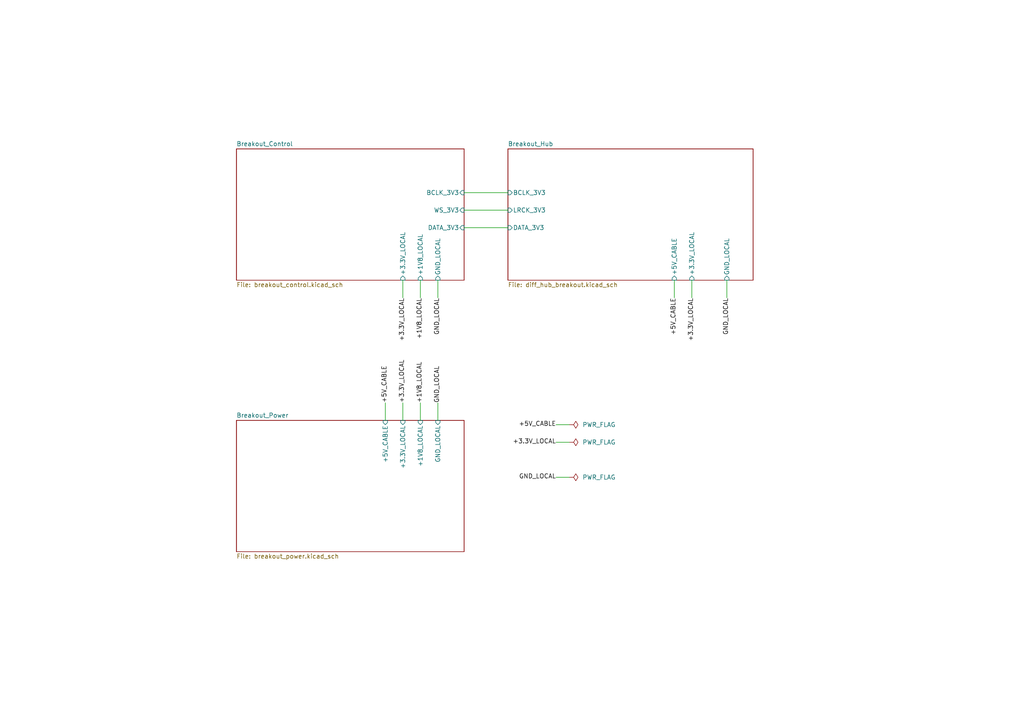
<source format=kicad_sch>
(kicad_sch (version 20250114) (generator "eeschema") (generator_version "9.0")
  (paper "A4")
  (lib_symbols
    (symbol "power:PWR_FLAG" (power) (pin_numbers (hide yes)) (pin_names (offset 0) (hide yes))
      (property "Value" "PWR_FLAG" (at 0 3.81 0))
      (symbol "PWR_FLAG_0_0"
        (pin power_out line (at 0 0 90) (length 0) (name "~") (number "1"))
      )
      (symbol "PWR_FLAG_0_1"
        (polyline (pts (xy 0 0) (xy 0 1.27) (xy -1.016 1.905) (xy 0 2.54) (xy 1.016 1.905) (xy 0 1.27)))
      )
    )
  )
  (wire (pts (xy 121.92 116.84) (xy 121.92 121.92)))
  (wire (pts (xy 195.58 81.28) (xy 195.58 86.36)))
  (wire (pts (xy 161.29 138.43) (xy 165.1 138.43)))
  (wire (pts (xy 121.92 81.28) (xy 121.92 86.36)))
  (wire (pts (xy 200.66 81.28) (xy 200.66 86.36)))
  (wire (pts (xy 161.29 128.27) (xy 165.1 128.27)))
  (wire (pts (xy 134.62 66.04) (xy 147.32 66.04)))
  (wire (pts (xy 127 81.28) (xy 127 86.36)))
  (wire (pts (xy 134.62 55.88) (xy 147.32 55.88)))
  (wire (pts (xy 116.84 116.84) (xy 116.84 121.92)))
  (wire (pts (xy 111.76 116.84) (xy 111.76 121.92)))
  (wire (pts (xy 161.29 123.19) (xy 165.1 123.19)))
  (wire (pts (xy 134.62 60.96) (xy 147.32 60.96)))
  (wire (pts (xy 116.84 81.28) (xy 116.84 86.36)))
  (wire (pts (xy 127 116.84) (xy 127 121.92)))
  (wire (pts (xy 210.82 81.28) (xy 210.82 86.36)))
  (label "+5V_CABLE" (at 161.29 123.19 180))
  (label "GND_LOCAL" (at 210.82 86.36 270))
  (label "+3.3V_LOCAL" (at 116.84 116.84 90))
  (label "+5V_CABLE" (at 195.58 86.36 270))
  (label "+3.3V_LOCAL" (at 116.84 86.36 270))
  (label "GND_LOCAL" (at 161.29 138.43 180))
  (label "+3.3V_LOCAL" (at 161.29 128.27 180))
  (label "+3.3V_LOCAL" (at 200.66 86.36 270))
  (label "+1V8_LOCAL" (at 121.92 86.36 270))
  (label "+5V_CABLE" (at 111.76 116.84 90))
  (label "+1V8_LOCAL" (at 121.92 116.84 90))
  (label "GND_LOCAL" (at 127 86.36 270))
  (label "GND_LOCAL" (at 127 116.84 90))
  (symbol (lib_id "power:PWR_FLAG") (at 165.1 138.43 270) (unit 1)
    (property "Reference" "#FLG021" (effects (hide yes)))
    (property "Value" "PWR_FLAG" (at 168.91 138.4299 90) (effects (justify left)))
    (property "Description" "Special symbol for telling ERC where power comes from" (effects (hide yes)))
    (instances (project "AEC_Speaker_Mic_System" (path "" (reference "#FLG026") (unit 1)) (path "" (reference "#FLG021") (unit 1)) (path "" (reference "#FLG024") (unit 1)) (path "" (reference "#FLG027") (unit 1)) (path "" (reference "#FLG023") (unit 1)) (path "" (reference "#FLG025") (unit 1))))
  )
  (symbol (lib_id "power:PWR_FLAG") (at 165.1 123.19 270) (unit 1)
    (property "Reference" "#FLG03" (effects (hide yes)))
    (property "Value" "PWR_FLAG" (at 168.91 123.1899 90) (effects (justify left)))
    (property "Description" "Special symbol for telling ERC where power comes from" (effects (hide yes)))
    (instances (project "" (path "" (reference "#FLG07") (unit 1)) (path "" (reference "#FLG03") (unit 1)) (path "" (reference "#FLG05") (unit 1)) (path "" (reference "#FLG08") (unit 1)) (path "" (reference "#FLG04") (unit 1)) (path "" (reference "#FLG06") (unit 1))))
  )
  (symbol (lib_id "power:PWR_FLAG") (at 165.1 128.27 270) (unit 1)
    (property "Reference" "#FLG09" (effects (hide yes)))
    (property "Value" "PWR_FLAG" (at 168.91 128.2699 90) (effects (justify left)))
    (property "Description" "Special symbol for telling ERC where power comes from" (effects (hide yes)))
    (instances (project "AEC_Speaker_Mic_System" (path "" (reference "#FLG013") (unit 1)) (path "" (reference "#FLG09") (unit 1)) (path "" (reference "#FLG011") (unit 1)) (path "" (reference "#FLG014") (unit 1)) (path "" (reference "#FLG010") (unit 1)) (path "" (reference "#FLG012") (unit 1))))
  )
  (sheet (at 68.58 121.92) (size 66.04 38.1) (stroke (width 0.1524))
    (property "Sheetname" "Breakout_Power" (at 68.58 121.2084 0) (effects (justify left bottom)))
    (property "Sheetfile" "breakout_power.kicad_sch" (at 68.58 160.6046 0) (effects (justify left top)))
    (pin "+5V_CABLE" input (at 111.76 121.92 90))
    (pin "GND_LOCAL" input (at 127 121.92 90))
    (pin "+1V8_LOCAL" input (at 121.92 121.92 90))
    (pin "+3.3V_LOCAL" input (at 116.84 121.92 90))
  )
  (sheet (at 147.32 43.18) (size 71.12 38.1) (stroke (width 0.1524))
    (property "Sheetname" "Breakout_Hub" (at 147.32 42.4684 0) (effects (justify left bottom)))
    (property "Sheetfile" "diff_hub_breakout.kicad_sch" (at 147.32 81.8646 0) (effects (justify left top)))
    (pin "DATA_3V3" input (at 147.32 66.04 180))
    (pin "LRCK_3V3" input (at 147.32 60.96 180))
    (pin "BCLK_3V3" input (at 147.32 55.88 180))
    (pin "+3.3V_LOCAL" input (at 200.66 81.28 270))
    (pin "GND_LOCAL" input (at 210.82 81.28 270))
    (pin "+5V_CABLE" input (at 195.58 81.28 270))
  )
  (sheet (at 68.58 43.18) (size 66.04 38.1) (stroke (width 0.1524))
    (property "Sheetname" "Breakout_Control" (at 68.58 42.4684 0) (effects (justify left bottom)))
    (property "Sheetfile" "breakout_control.kicad_sch" (at 68.58 81.8646 0) (effects (justify left top)))
    (pin "BCLK_3V3" input (at 134.62 55.88 0))
    (pin "WS_3V3" input (at 134.62 60.96 0))
    (pin "DATA_3V3" input (at 134.62 66.04 0))
    (pin "+3.3V_LOCAL" input (at 116.84 81.28 270))
    (pin "+1V8_LOCAL" input (at 121.92 81.28 270))
    (pin "GND_LOCAL" input (at 127 81.28 270))
  )
)
</source>
